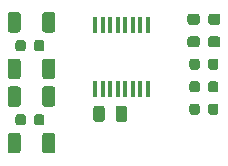
<source format=gtp>
G04 #@! TF.GenerationSoftware,KiCad,Pcbnew,(5.1.6-0-10_14)*
G04 #@! TF.CreationDate,2021-08-16T11:45:39+01:00*
G04 #@! TF.ProjectId,VR-Conditioner-MAX9926+reg,56522d43-6f6e-4646-9974-696f6e65722d,3.7*
G04 #@! TF.SameCoordinates,PX68c4118PY713e7a8*
G04 #@! TF.FileFunction,Paste,Top*
G04 #@! TF.FilePolarity,Positive*
%FSLAX46Y46*%
G04 Gerber Fmt 4.6, Leading zero omitted, Abs format (unit mm)*
G04 Created by KiCad (PCBNEW (5.1.6-0-10_14)) date 2021-08-16 11:45:39*
%MOMM*%
%LPD*%
G01*
G04 APERTURE LIST*
%ADD10R,0.354800X1.454899*%
G04 APERTURE END LIST*
G04 #@! TO.C,C20*
G36*
G01*
X4920500Y8257250D02*
X4920500Y7744750D01*
G75*
G02*
X4701750Y7526000I-218750J0D01*
G01*
X4264250Y7526000D01*
G75*
G02*
X4045500Y7744750I0J218750D01*
G01*
X4045500Y8257250D01*
G75*
G02*
X4264250Y8476000I218750J0D01*
G01*
X4701750Y8476000D01*
G75*
G02*
X4920500Y8257250I0J-218750D01*
G01*
G37*
G36*
G01*
X6495500Y8257250D02*
X6495500Y7744750D01*
G75*
G02*
X6276750Y7526000I-218750J0D01*
G01*
X5839250Y7526000D01*
G75*
G02*
X5620500Y7744750I0J218750D01*
G01*
X5620500Y8257250D01*
G75*
G02*
X5839250Y8476000I218750J0D01*
G01*
X6276750Y8476000D01*
G75*
G02*
X6495500Y8257250I0J-218750D01*
G01*
G37*
G04 #@! TD*
G04 #@! TO.C,C10*
G36*
G01*
X5620500Y14031250D02*
X5620500Y14543750D01*
G75*
G02*
X5839250Y14762500I218750J0D01*
G01*
X6276750Y14762500D01*
G75*
G02*
X6495500Y14543750I0J-218750D01*
G01*
X6495500Y14031250D01*
G75*
G02*
X6276750Y13812500I-218750J0D01*
G01*
X5839250Y13812500D01*
G75*
G02*
X5620500Y14031250I0J218750D01*
G01*
G37*
G36*
G01*
X4045500Y14031250D02*
X4045500Y14543750D01*
G75*
G02*
X4264250Y14762500I218750J0D01*
G01*
X4701750Y14762500D01*
G75*
G02*
X4920500Y14543750I0J-218750D01*
G01*
X4920500Y14031250D01*
G75*
G02*
X4701750Y13812500I-218750J0D01*
G01*
X4264250Y13812500D01*
G75*
G02*
X4045500Y14031250I0J218750D01*
G01*
G37*
G04 #@! TD*
G04 #@! TO.C,C4*
G36*
G01*
X12515000Y8052750D02*
X12515000Y8965250D01*
G75*
G02*
X12758750Y9209000I243750J0D01*
G01*
X13246250Y9209000D01*
G75*
G02*
X13490000Y8965250I0J-243750D01*
G01*
X13490000Y8052750D01*
G75*
G02*
X13246250Y7809000I-243750J0D01*
G01*
X12758750Y7809000D01*
G75*
G02*
X12515000Y8052750I0J243750D01*
G01*
G37*
G36*
G01*
X10640000Y8052750D02*
X10640000Y8965250D01*
G75*
G02*
X10883750Y9209000I243750J0D01*
G01*
X11371250Y9209000D01*
G75*
G02*
X11615000Y8965250I0J-243750D01*
G01*
X11615000Y8052750D01*
G75*
G02*
X11371250Y7809000I-243750J0D01*
G01*
X10883750Y7809000D01*
G75*
G02*
X10640000Y8052750I0J243750D01*
G01*
G37*
G04 #@! TD*
G04 #@! TO.C,C3*
G36*
G01*
X19652500Y12956250D02*
X19652500Y12443750D01*
G75*
G02*
X19433750Y12225000I-218750J0D01*
G01*
X18996250Y12225000D01*
G75*
G02*
X18777500Y12443750I0J218750D01*
G01*
X18777500Y12956250D01*
G75*
G02*
X18996250Y13175000I218750J0D01*
G01*
X19433750Y13175000D01*
G75*
G02*
X19652500Y12956250I0J-218750D01*
G01*
G37*
G36*
G01*
X21227500Y12956250D02*
X21227500Y12443750D01*
G75*
G02*
X21008750Y12225000I-218750J0D01*
G01*
X20571250Y12225000D01*
G75*
G02*
X20352500Y12443750I0J218750D01*
G01*
X20352500Y12956250D01*
G75*
G02*
X20571250Y13175000I218750J0D01*
G01*
X21008750Y13175000D01*
G75*
G02*
X21227500Y12956250I0J-218750D01*
G01*
G37*
G04 #@! TD*
G04 #@! TO.C,C2*
G36*
G01*
X19652500Y11051250D02*
X19652500Y10538750D01*
G75*
G02*
X19433750Y10320000I-218750J0D01*
G01*
X18996250Y10320000D01*
G75*
G02*
X18777500Y10538750I0J218750D01*
G01*
X18777500Y11051250D01*
G75*
G02*
X18996250Y11270000I218750J0D01*
G01*
X19433750Y11270000D01*
G75*
G02*
X19652500Y11051250I0J-218750D01*
G01*
G37*
G36*
G01*
X21227500Y11051250D02*
X21227500Y10538750D01*
G75*
G02*
X21008750Y10320000I-218750J0D01*
G01*
X20571250Y10320000D01*
G75*
G02*
X20352500Y10538750I0J218750D01*
G01*
X20352500Y11051250D01*
G75*
G02*
X20571250Y11270000I218750J0D01*
G01*
X21008750Y11270000D01*
G75*
G02*
X21227500Y11051250I0J-218750D01*
G01*
G37*
G04 #@! TD*
G04 #@! TO.C,C1*
G36*
G01*
X19652500Y9146250D02*
X19652500Y8633750D01*
G75*
G02*
X19433750Y8415000I-218750J0D01*
G01*
X18996250Y8415000D01*
G75*
G02*
X18777500Y8633750I0J218750D01*
G01*
X18777500Y9146250D01*
G75*
G02*
X18996250Y9365000I218750J0D01*
G01*
X19433750Y9365000D01*
G75*
G02*
X19652500Y9146250I0J-218750D01*
G01*
G37*
G36*
G01*
X21227500Y9146250D02*
X21227500Y8633750D01*
G75*
G02*
X21008750Y8415000I-218750J0D01*
G01*
X20571250Y8415000D01*
G75*
G02*
X20352500Y8633750I0J218750D01*
G01*
X20352500Y9146250D01*
G75*
G02*
X20571250Y9365000I218750J0D01*
G01*
X21008750Y9365000D01*
G75*
G02*
X21227500Y9146250I0J-218750D01*
G01*
G37*
G04 #@! TD*
D10*
G04 #@! TO.C,U1*
X15240000Y10613652D03*
X14605000Y10613652D03*
X13970000Y10613652D03*
X13335000Y10613652D03*
X12700000Y10613652D03*
X12065000Y10613652D03*
X11430000Y10613652D03*
X10795000Y10613652D03*
X10795000Y16056348D03*
X11430000Y16056348D03*
X12065000Y16056348D03*
X12700000Y16056348D03*
X13335000Y16056348D03*
X13970000Y16056348D03*
X14605000Y16056348D03*
X15240000Y16056348D03*
G04 #@! TD*
G04 #@! TO.C,R20*
G36*
G01*
X19652500Y14842500D02*
X19652500Y14367500D01*
G75*
G02*
X19415000Y14130000I-237500J0D01*
G01*
X18840000Y14130000D01*
G75*
G02*
X18602500Y14367500I0J237500D01*
G01*
X18602500Y14842500D01*
G75*
G02*
X18840000Y15080000I237500J0D01*
G01*
X19415000Y15080000D01*
G75*
G02*
X19652500Y14842500I0J-237500D01*
G01*
G37*
G36*
G01*
X21402500Y14842500D02*
X21402500Y14367500D01*
G75*
G02*
X21165000Y14130000I-237500J0D01*
G01*
X20590000Y14130000D01*
G75*
G02*
X20352500Y14367500I0J237500D01*
G01*
X20352500Y14842500D01*
G75*
G02*
X20590000Y15080000I237500J0D01*
G01*
X21165000Y15080000D01*
G75*
G02*
X21402500Y14842500I0J-237500D01*
G01*
G37*
G04 #@! TD*
G04 #@! TO.C,R10*
G36*
G01*
X19652500Y16747500D02*
X19652500Y16272500D01*
G75*
G02*
X19415000Y16035000I-237500J0D01*
G01*
X18840000Y16035000D01*
G75*
G02*
X18602500Y16272500I0J237500D01*
G01*
X18602500Y16747500D01*
G75*
G02*
X18840000Y16985000I237500J0D01*
G01*
X19415000Y16985000D01*
G75*
G02*
X19652500Y16747500I0J-237500D01*
G01*
G37*
G36*
G01*
X21402500Y16747500D02*
X21402500Y16272500D01*
G75*
G02*
X21165000Y16035000I-237500J0D01*
G01*
X20590000Y16035000D01*
G75*
G02*
X20352500Y16272500I0J237500D01*
G01*
X20352500Y16747500D01*
G75*
G02*
X20590000Y16985000I237500J0D01*
G01*
X21165000Y16985000D01*
G75*
G02*
X21402500Y16747500I0J-237500D01*
G01*
G37*
G04 #@! TD*
G04 #@! TO.C,R11*
G36*
G01*
X6297500Y11693999D02*
X6297500Y12944001D01*
G75*
G02*
X6547499Y13194000I249999J0D01*
G01*
X7172501Y13194000D01*
G75*
G02*
X7422500Y12944001I0J-249999D01*
G01*
X7422500Y11693999D01*
G75*
G02*
X7172501Y11444000I-249999J0D01*
G01*
X6547499Y11444000D01*
G75*
G02*
X6297500Y11693999I0J249999D01*
G01*
G37*
G36*
G01*
X3372500Y11693999D02*
X3372500Y12944001D01*
G75*
G02*
X3622499Y13194000I249999J0D01*
G01*
X4247501Y13194000D01*
G75*
G02*
X4497500Y12944001I0J-249999D01*
G01*
X4497500Y11693999D01*
G75*
G02*
X4247501Y11444000I-249999J0D01*
G01*
X3622499Y11444000D01*
G75*
G02*
X3372500Y11693999I0J249999D01*
G01*
G37*
G04 #@! TD*
G04 #@! TO.C,R21*
G36*
G01*
X3372500Y5407499D02*
X3372500Y6657501D01*
G75*
G02*
X3622499Y6907500I249999J0D01*
G01*
X4247501Y6907500D01*
G75*
G02*
X4497500Y6657501I0J-249999D01*
G01*
X4497500Y5407499D01*
G75*
G02*
X4247501Y5157500I-249999J0D01*
G01*
X3622499Y5157500D01*
G75*
G02*
X3372500Y5407499I0J249999D01*
G01*
G37*
G36*
G01*
X6297500Y5407499D02*
X6297500Y6657501D01*
G75*
G02*
X6547499Y6907500I249999J0D01*
G01*
X7172501Y6907500D01*
G75*
G02*
X7422500Y6657501I0J-249999D01*
G01*
X7422500Y5407499D01*
G75*
G02*
X7172501Y5157500I-249999J0D01*
G01*
X6547499Y5157500D01*
G75*
G02*
X6297500Y5407499I0J249999D01*
G01*
G37*
G04 #@! TD*
G04 #@! TO.C,R22*
G36*
G01*
X6297500Y9344499D02*
X6297500Y10594501D01*
G75*
G02*
X6547499Y10844500I249999J0D01*
G01*
X7172501Y10844500D01*
G75*
G02*
X7422500Y10594501I0J-249999D01*
G01*
X7422500Y9344499D01*
G75*
G02*
X7172501Y9094500I-249999J0D01*
G01*
X6547499Y9094500D01*
G75*
G02*
X6297500Y9344499I0J249999D01*
G01*
G37*
G36*
G01*
X3372500Y9344499D02*
X3372500Y10594501D01*
G75*
G02*
X3622499Y10844500I249999J0D01*
G01*
X4247501Y10844500D01*
G75*
G02*
X4497500Y10594501I0J-249999D01*
G01*
X4497500Y9344499D01*
G75*
G02*
X4247501Y9094500I-249999J0D01*
G01*
X3622499Y9094500D01*
G75*
G02*
X3372500Y9344499I0J249999D01*
G01*
G37*
G04 #@! TD*
G04 #@! TO.C,R12*
G36*
G01*
X3372500Y15630999D02*
X3372500Y16881001D01*
G75*
G02*
X3622499Y17131000I249999J0D01*
G01*
X4247501Y17131000D01*
G75*
G02*
X4497500Y16881001I0J-249999D01*
G01*
X4497500Y15630999D01*
G75*
G02*
X4247501Y15381000I-249999J0D01*
G01*
X3622499Y15381000D01*
G75*
G02*
X3372500Y15630999I0J249999D01*
G01*
G37*
G36*
G01*
X6297500Y15630999D02*
X6297500Y16881001D01*
G75*
G02*
X6547499Y17131000I249999J0D01*
G01*
X7172501Y17131000D01*
G75*
G02*
X7422500Y16881001I0J-249999D01*
G01*
X7422500Y15630999D01*
G75*
G02*
X7172501Y15381000I-249999J0D01*
G01*
X6547499Y15381000D01*
G75*
G02*
X6297500Y15630999I0J249999D01*
G01*
G37*
G04 #@! TD*
M02*

</source>
